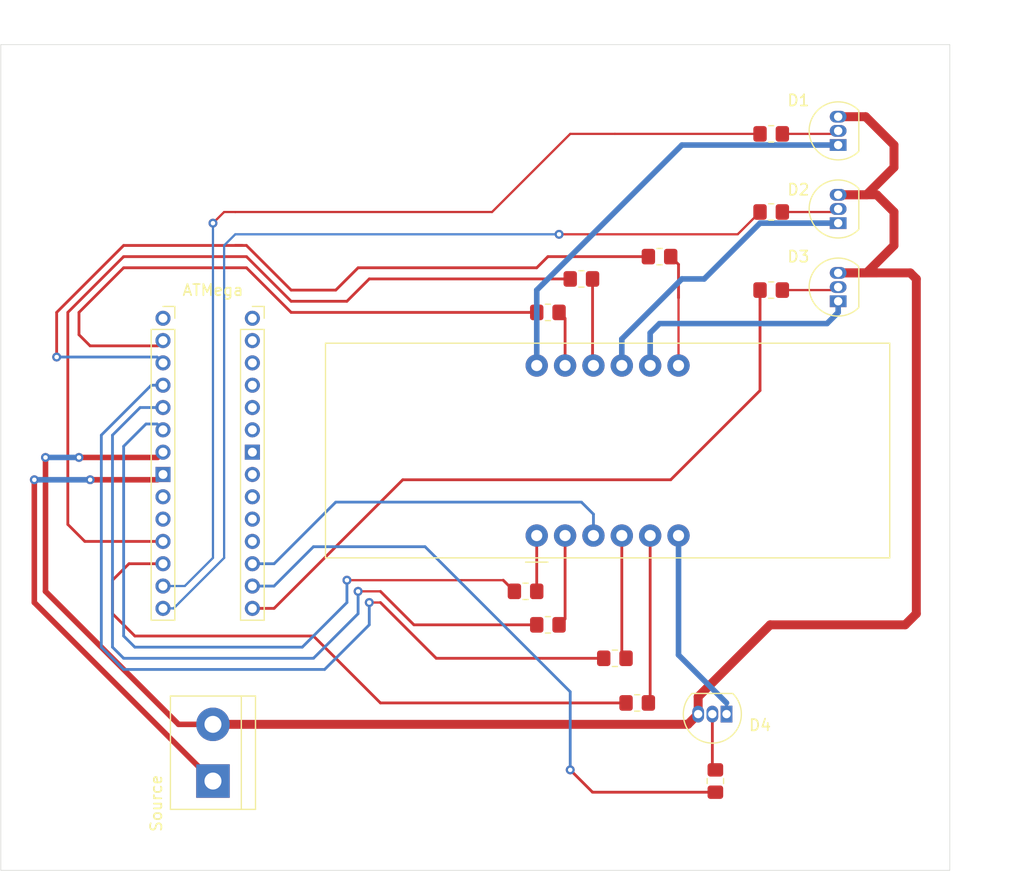
<source format=kicad_pcb>
(kicad_pcb (version 20171130) (host pcbnew 5.1.10-88a1d61d58~90~ubuntu20.04.1)

  (general
    (thickness 1.6)
    (drawings 11)
    (tracks 185)
    (zones 0)
    (modules 21)
    (nets 32)
  )

  (page A4)
  (layers
    (0 F.Cu signal)
    (31 B.Cu signal)
    (32 B.Adhes user)
    (33 F.Adhes user)
    (34 B.Paste user)
    (35 F.Paste user)
    (36 B.SilkS user)
    (37 F.SilkS user)
    (38 B.Mask user)
    (39 F.Mask user)
    (40 Dwgs.User user)
    (41 Cmts.User user)
    (42 Eco1.User user)
    (43 Eco2.User user)
    (44 Edge.Cuts user)
    (45 Margin user)
    (46 B.CrtYd user)
    (47 F.CrtYd user)
    (48 B.Fab user)
    (49 F.Fab user hide)
  )

  (setup
    (last_trace_width 0.2)
    (user_trace_width 0.2)
    (user_trace_width 0.5)
    (user_trace_width 0.8)
    (trace_clearance 0.2)
    (zone_clearance 0.508)
    (zone_45_only no)
    (trace_min 0.2)
    (via_size 0.8)
    (via_drill 0.4)
    (via_min_size 0.4)
    (via_min_drill 0.3)
    (uvia_size 0.3)
    (uvia_drill 0.1)
    (uvias_allowed no)
    (uvia_min_size 0.2)
    (uvia_min_drill 0.1)
    (edge_width 0.05)
    (segment_width 0.2)
    (pcb_text_width 0.3)
    (pcb_text_size 1.5 1.5)
    (mod_edge_width 0.12)
    (mod_text_size 1 1)
    (mod_text_width 0.15)
    (pad_size 1.35 1.35)
    (pad_drill 0.8)
    (pad_to_mask_clearance 0)
    (aux_axis_origin 0 0)
    (visible_elements FFFFFF7F)
    (pcbplotparams
      (layerselection 0x010fc_ffffffff)
      (usegerberextensions false)
      (usegerberattributes true)
      (usegerberadvancedattributes true)
      (creategerberjobfile true)
      (excludeedgelayer true)
      (linewidth 0.100000)
      (plotframeref false)
      (viasonmask false)
      (mode 1)
      (useauxorigin false)
      (hpglpennumber 1)
      (hpglpenspeed 20)
      (hpglpendiameter 15.000000)
      (psnegative false)
      (psa4output false)
      (plotreference true)
      (plotvalue true)
      (plotinvisibletext false)
      (padsonsilk false)
      (subtractmaskfromsilk false)
      (outputformat 1)
      (mirror false)
      (drillshape 0)
      (scaleselection 1)
      (outputdirectory "gerber_1/"))
  )

  (net 0 "")
  (net 1 "Net-(U1-Pad3)")
  (net 2 "Net-(U1-Pad6)")
  (net 3 "Net-(U1-Pad8)")
  (net 4 "Net-(U1-Pad9)")
  (net 5 "Net-(U1-Pad12)")
  (net 6 "Net-(R1-Pad1)")
  (net 7 "Net-(R2-Pad1)")
  (net 8 "Net-(R3-Pad1)")
  (net 9 "Net-(R4-Pad1)")
  (net 10 "Net-(R5-Pad1)")
  (net 11 "Net-(R6-Pad1)")
  (net 12 "Net-(R7-Pad1)")
  (net 13 "Net-(J1-Pad1)")
  (net 14 "Net-(J1-Pad7)")
  (net 15 "Net-(J1-Pad8)")
  (net 16 "Net-(J1-Pad9)")
  (net 17 "Net-(J1-Pad10)")
  (net 18 "Net-(J1-Pad13)")
  (net 19 "Net-(J1-Pad14)")
  (net 20 a)
  (net 21 b)
  (net 22 c)
  (net 23 d)
  (net 24 e)
  (net 25 f)
  (net 26 g)
  (net 27 "Net-(Q2-Pad2)")
  (net 28 "Net-(Q4-Pad2)")
  (net 29 "Net-(R8-Pad2)")
  (net 30 "Net-(R9-Pad2)")
  (net 31 "Net-(R10-Pad2)")

  (net_class Default "This is the default net class."
    (clearance 0.2)
    (trace_width 0.25)
    (via_dia 0.8)
    (via_drill 0.4)
    (uvia_dia 0.3)
    (uvia_drill 0.1)
    (add_net "Net-(J1-Pad1)")
    (add_net "Net-(J1-Pad10)")
    (add_net "Net-(J1-Pad13)")
    (add_net "Net-(J1-Pad14)")
    (add_net "Net-(J1-Pad7)")
    (add_net "Net-(J1-Pad8)")
    (add_net "Net-(J1-Pad9)")
    (add_net "Net-(Q2-Pad2)")
    (add_net "Net-(Q4-Pad2)")
    (add_net "Net-(R1-Pad1)")
    (add_net "Net-(R10-Pad2)")
    (add_net "Net-(R2-Pad1)")
    (add_net "Net-(R3-Pad1)")
    (add_net "Net-(R4-Pad1)")
    (add_net "Net-(R5-Pad1)")
    (add_net "Net-(R6-Pad1)")
    (add_net "Net-(R7-Pad1)")
    (add_net "Net-(R8-Pad2)")
    (add_net "Net-(R9-Pad2)")
    (add_net "Net-(U1-Pad12)")
    (add_net "Net-(U1-Pad3)")
    (add_net "Net-(U1-Pad6)")
    (add_net "Net-(U1-Pad8)")
    (add_net "Net-(U1-Pad9)")
    (add_net a)
    (add_net b)
    (add_net c)
    (add_net d)
    (add_net e)
    (add_net f)
    (add_net g)
  )

  (module TerminalBlock:TerminalBlock_bornier-2_P5.08mm (layer F.Cu) (tedit 617A4760) (tstamp 617A4CAA)
    (at 112 102 90)
    (descr "simple 2-pin terminal block, pitch 5.08mm, revamped version of bornier2")
    (tags "terminal block bornier2")
    (fp_text reference Source (at -2 -5.08 90) (layer F.SilkS)
      (effects (font (size 1 1) (thickness 0.15)))
    )
    (fp_text value TerminalBlock_bornier-2_P5.08mm (at 2.54 5.08 90) (layer F.Fab)
      (effects (font (size 1 1) (thickness 0.15)))
    )
    (fp_line (start 7.79 4) (end -2.71 4) (layer F.CrtYd) (width 0.05))
    (fp_line (start 7.79 4) (end 7.79 -4) (layer F.CrtYd) (width 0.05))
    (fp_line (start -2.71 -4) (end -2.71 4) (layer F.CrtYd) (width 0.05))
    (fp_line (start -2.71 -4) (end 7.79 -4) (layer F.CrtYd) (width 0.05))
    (fp_line (start -2.54 3.81) (end 7.62 3.81) (layer F.SilkS) (width 0.12))
    (fp_line (start -2.54 -3.81) (end -2.54 3.81) (layer F.SilkS) (width 0.12))
    (fp_line (start 7.62 -3.81) (end -2.54 -3.81) (layer F.SilkS) (width 0.12))
    (fp_line (start 7.62 3.81) (end 7.62 -3.81) (layer F.SilkS) (width 0.12))
    (fp_line (start 7.62 2.54) (end -2.54 2.54) (layer F.SilkS) (width 0.12))
    (fp_line (start 7.54 -3.75) (end -2.46 -3.75) (layer F.Fab) (width 0.1))
    (fp_line (start 7.54 3.75) (end 7.54 -3.75) (layer F.Fab) (width 0.1))
    (fp_line (start -2.46 3.75) (end 7.54 3.75) (layer F.Fab) (width 0.1))
    (fp_line (start -2.46 -3.75) (end -2.46 3.75) (layer F.Fab) (width 0.1))
    (fp_line (start -2.41 2.55) (end 7.49 2.55) (layer F.Fab) (width 0.1))
    (fp_text user %R (at 2.54 0 90) (layer F.Fab)
      (effects (font (size 1 1) (thickness 0.15)))
    )
    (pad 2 thru_hole circle (at 5.08 0 90) (size 3 3) (drill 1.52) (layers *.Cu *.Mask)
      (net 14 "Net-(J1-Pad7)"))
    (pad 1 thru_hole rect (at 0 0 90) (size 3 3) (drill 1.52) (layers *.Cu *.Mask)
      (net 15 "Net-(J1-Pad8)"))
    (model ${KISYS3DMOD}/TerminalBlock.3dshapes/TerminalBlock_bornier-2_P5.08mm.wrl
      (offset (xyz 2.539999961853027 0 0))
      (scale (xyz 1 1 1))
      (rotate (xyz 0 0 0))
    )
  )

  (module MountingHole:MountingHole_3.5mm (layer F.Cu) (tedit 56D1B4CB) (tstamp 617A42AC)
    (at 135.5 45)
    (descr "Mounting Hole 3.5mm, no annular")
    (tags "mounting hole 3.5mm no annular")
    (attr virtual)
    (fp_text reference REF** (at 0 -4.5) (layer F.SilkS) hide
      (effects (font (size 1 1) (thickness 0.15)))
    )
    (fp_text value MountingHole_3.5mm (at 0 4.5) (layer F.Fab)
      (effects (font (size 1 1) (thickness 0.15)))
    )
    (fp_circle (center 0 0) (end 3.75 0) (layer F.CrtYd) (width 0.05))
    (fp_circle (center 0 0) (end 3.5 0) (layer Cmts.User) (width 0.15))
    (fp_text user %R (at 0.3 0) (layer F.Fab)
      (effects (font (size 1 1) (thickness 0.15)))
    )
    (pad 1 np_thru_hole circle (at 0 0) (size 3.5 3.5) (drill 3.5) (layers *.Cu *.Mask))
  )

  (module MountingHole:MountingHole_3.5mm (layer F.Cu) (tedit 56D1B4CB) (tstamp 617A428F)
    (at 135.5 101)
    (descr "Mounting Hole 3.5mm, no annular")
    (tags "mounting hole 3.5mm no annular")
    (attr virtual)
    (fp_text reference REF** (at 0 -4.5) (layer F.SilkS) hide
      (effects (font (size 1 1) (thickness 0.15)))
    )
    (fp_text value MountingHole_3.5mm (at 0 4.5) (layer F.Fab)
      (effects (font (size 1 1) (thickness 0.15)))
    )
    (fp_circle (center 0 0) (end 3.75 0) (layer F.CrtYd) (width 0.05))
    (fp_circle (center 0 0) (end 3.5 0) (layer Cmts.User) (width 0.15))
    (fp_text user %R (at 0.3 0) (layer F.Fab)
      (effects (font (size 1 1) (thickness 0.15)))
    )
    (pad 1 np_thru_hole circle (at 0 0) (size 3.5 3.5) (drill 3.5) (layers *.Cu *.Mask))
  )

  (module Display_7Segment:CA56-12SURKWA (layer F.Cu) (tedit 617A6232) (tstamp 61768E00)
    (at 141 80 90)
    (descr "4 digit 7 segment green LED, http://www.kingbright.com/attachments/file/psearch/000/00/00/CA56-12SURKWA(Ver.8A).pdf")
    (tags "4 digit 7 segment green LED")
    (path /61767A20)
    (fp_text reference U1 (at 20 21 180) (layer F.SilkS) hide
      (effects (font (size 1 1) (thickness 0.15)))
    )
    (fp_text value CC56-12SURKWA (at 4.4 32.8 90) (layer F.Fab)
      (effects (font (size 1 1) (thickness 0.15)))
    )
    (fp_line (start -1.88 1) (end -1.88 31.5) (layer F.Fab) (width 0.1))
    (fp_line (start -1.88 31.5) (end 17.12 31.5) (layer F.Fab) (width 0.1))
    (fp_line (start 17.12 -18.8) (end 17.12 31.5) (layer F.Fab) (width 0.1))
    (fp_line (start -1.88 -18.8) (end 17.12 -18.8) (layer F.Fab) (width 0.1))
    (fp_line (start -2.38 -1) (end -2.38 1) (layer F.SilkS) (width 0.12))
    (fp_line (start -2.13 31.75) (end -2.13 -19.05) (layer F.CrtYd) (width 0.05))
    (fp_line (start 17.37 31.75) (end -2.13 31.75) (layer F.CrtYd) (width 0.05))
    (fp_line (start 17.37 -19.05) (end 17.37 31.75) (layer F.CrtYd) (width 0.05))
    (fp_line (start -2.13 -19.05) (end 17.37 -19.05) (layer F.CrtYd) (width 0.05))
    (fp_line (start -1.88 -1) (end -1.88 -18.8) (layer F.Fab) (width 0.1))
    (fp_line (start -0.88 0) (end -1.88 -1) (layer F.Fab) (width 0.1))
    (fp_line (start -1.88 1) (end -0.88 0) (layer F.Fab) (width 0.1))
    (fp_line (start 17.24 31.62) (end 17.24 -18.92) (layer F.SilkS) (width 0.12))
    (fp_line (start -2 31.62) (end 17.24 31.62) (layer F.SilkS) (width 0.12))
    (fp_line (start -2 -18.92) (end -2 31.62) (layer F.SilkS) (width 0.12))
    (fp_line (start -2 -18.92) (end 17.24 -18.92) (layer F.SilkS) (width 0.12))
    (fp_text user %R (at 8.128 6.604 90) (layer F.Fab)
      (effects (font (size 1 1) (thickness 0.15)))
    )
    (pad 1 thru_hole oval (at 0 0 90) (size 2 2) (drill 1) (layers *.Cu *.Mask)
      (net 10 "Net-(R5-Pad1)"))
    (pad 2 thru_hole circle (at 0 2.54 90) (size 2 2) (drill 1) (layers *.Cu *.Mask)
      (net 9 "Net-(R4-Pad1)"))
    (pad 3 thru_hole circle (at 0 5.08 90) (size 2 2) (drill 1) (layers *.Cu *.Mask)
      (net 1 "Net-(U1-Pad3)"))
    (pad 4 thru_hole circle (at 0 7.62 90) (size 2 2) (drill 1) (layers *.Cu *.Mask)
      (net 8 "Net-(R3-Pad1)"))
    (pad 5 thru_hole circle (at 0 10.16 90) (size 2 2) (drill 1) (layers *.Cu *.Mask)
      (net 12 "Net-(R7-Pad1)"))
    (pad 6 thru_hole circle (at 0 12.7 90) (size 2 2) (drill 1) (layers *.Cu *.Mask)
      (net 2 "Net-(U1-Pad6)"))
    (pad 7 thru_hole circle (at 15.24 12.7 90) (size 2 2) (drill 1) (layers *.Cu *.Mask)
      (net 7 "Net-(R2-Pad1)"))
    (pad 8 thru_hole circle (at 15.24 10.16 90) (size 2 2) (drill 1) (layers *.Cu *.Mask)
      (net 3 "Net-(U1-Pad8)"))
    (pad 9 thru_hole circle (at 15.24 7.62 90) (size 2 2) (drill 1) (layers *.Cu *.Mask)
      (net 4 "Net-(U1-Pad9)"))
    (pad 10 thru_hole circle (at 15.24 5.08 90) (size 2 2) (drill 1) (layers *.Cu *.Mask)
      (net 11 "Net-(R6-Pad1)"))
    (pad 11 thru_hole circle (at 15.24 2.54 90) (size 2 2) (drill 1) (layers *.Cu *.Mask)
      (net 6 "Net-(R1-Pad1)"))
    (pad 12 thru_hole circle (at 15.24 0 90) (size 2 2) (drill 1) (layers *.Cu *.Mask)
      (net 5 "Net-(U1-Pad12)"))
    (model ${KISYS3DMOD}/Display_7Segment.3dshapes/CA56-12SURKWA.wrl
      (at (xyz 0 0 0))
      (scale (xyz 1 1 1))
      (rotate (xyz 0 0 0))
    )
  )

  (module Connector_PinSocket_2.00mm:PinSocket_1x14_P2.00mm_Vertical (layer F.Cu) (tedit 617A474A) (tstamp 6179E385)
    (at 107.525001 60.525001)
    (descr "Through hole straight socket strip, 1x14, 2.00mm pitch, single row (from Kicad 4.0.7), script generated")
    (tags "Through hole socket strip THT 1x14 2.00mm single row")
    (path /61777E3A)
    (fp_text reference J1 (at 0 -2.5) (layer F.SilkS) hide
      (effects (font (size 1 1) (thickness 0.15)))
    )
    (fp_text value Conn_01x14 (at 0 28.5) (layer F.Fab)
      (effects (font (size 1 1) (thickness 0.15)))
    )
    (fp_line (start -1.5 27.5) (end -1.5 -1.5) (layer F.CrtYd) (width 0.05))
    (fp_line (start 1.5 27.5) (end -1.5 27.5) (layer F.CrtYd) (width 0.05))
    (fp_line (start 1.5 -1.5) (end 1.5 27.5) (layer F.CrtYd) (width 0.05))
    (fp_line (start -1.5 -1.5) (end 1.5 -1.5) (layer F.CrtYd) (width 0.05))
    (fp_line (start 0 -1.06) (end 1.06 -1.06) (layer F.SilkS) (width 0.12))
    (fp_line (start 1.06 -1.06) (end 1.06 0) (layer F.SilkS) (width 0.12))
    (fp_line (start 1.06 1) (end 1.06 27.06) (layer F.SilkS) (width 0.12))
    (fp_line (start -1.06 27.06) (end 1.06 27.06) (layer F.SilkS) (width 0.12))
    (fp_line (start -1.06 1) (end -1.06 27.06) (layer F.SilkS) (width 0.12))
    (fp_line (start -1.06 1) (end 1.06 1) (layer F.SilkS) (width 0.12))
    (fp_line (start -1 27) (end -1 -1) (layer F.Fab) (width 0.1))
    (fp_line (start 1 27) (end -1 27) (layer F.Fab) (width 0.1))
    (fp_line (start 1 -0.5) (end 1 27) (layer F.Fab) (width 0.1))
    (fp_line (start 0.5 -1) (end 1 -0.5) (layer F.Fab) (width 0.1))
    (fp_line (start -1 -1) (end 0.5 -1) (layer F.Fab) (width 0.1))
    (fp_text user %R (at 0 13 90) (layer F.Fab)
      (effects (font (size 1 1) (thickness 0.15)))
    )
    (pad 14 thru_hole oval (at 0 26) (size 1.35 1.35) (drill 0.8) (layers *.Cu *.Mask)
      (net 19 "Net-(J1-Pad14)"))
    (pad 13 thru_hole oval (at 0 24) (size 1.35 1.35) (drill 0.8) (layers *.Cu *.Mask)
      (net 18 "Net-(J1-Pad13)"))
    (pad 12 thru_hole oval (at 0 22) (size 1.35 1.35) (drill 0.8) (layers *.Cu *.Mask)
      (net 26 g))
    (pad 11 thru_hole oval (at 0 20) (size 1.35 1.35) (drill 0.8) (layers *.Cu *.Mask)
      (net 25 f))
    (pad 10 thru_hole oval (at 0 18) (size 1.35 1.35) (drill 0.8) (layers *.Cu *.Mask)
      (net 17 "Net-(J1-Pad10)"))
    (pad 9 thru_hole oval (at 0 16) (size 1.35 1.35) (drill 0.8) (layers *.Cu *.Mask)
      (net 16 "Net-(J1-Pad9)"))
    (pad 8 thru_hole rect (at 0 14) (size 1.35 1.35) (drill 0.8) (layers *.Cu *.Mask)
      (net 15 "Net-(J1-Pad8)"))
    (pad 7 thru_hole oval (at 0 12) (size 1.35 1.35) (drill 0.8) (layers *.Cu *.Mask)
      (net 14 "Net-(J1-Pad7)"))
    (pad 6 thru_hole oval (at 0 10) (size 1.35 1.35) (drill 0.8) (layers *.Cu *.Mask)
      (net 24 e))
    (pad 5 thru_hole oval (at 0 8) (size 1.35 1.35) (drill 0.8) (layers *.Cu *.Mask)
      (net 23 d))
    (pad 4 thru_hole oval (at 0 6) (size 1.35 1.35) (drill 0.8) (layers *.Cu *.Mask)
      (net 22 c))
    (pad 3 thru_hole oval (at 0 4) (size 1.35 1.35) (drill 0.8) (layers *.Cu *.Mask)
      (net 21 b))
    (pad 2 thru_hole oval (at 0 2) (size 1.35 1.35) (drill 0.8) (layers *.Cu *.Mask)
      (net 20 a))
    (pad 1 thru_hole oval (at 0 0) (size 1.35 1.35) (drill 0.8) (layers *.Cu *.Mask)
      (net 13 "Net-(J1-Pad1)"))
    (model ${KISYS3DMOD}/Connector_PinSocket_2.00mm.3dshapes/PinSocket_1x14_P2.00mm_Vertical.wrl
      (at (xyz 0 0 0))
      (scale (xyz 1 1 1))
      (rotate (xyz 0 0 0))
    )
  )

  (module Connector_PinSocket_2.00mm:PinSocket_1x14_P2.00mm_Vertical (layer F.Cu) (tedit 617A6323) (tstamp 6179E3A7)
    (at 115.53 60.525001)
    (descr "Through hole straight socket strip, 1x14, 2.00mm pitch, single row (from Kicad 4.0.7), script generated")
    (tags "Through hole socket strip THT 1x14 2.00mm single row")
    (path /617844BA)
    (fp_text reference J2 (at 0 -2.5) (layer F.SilkS) hide
      (effects (font (size 1 1) (thickness 0.15)))
    )
    (fp_text value Conn_01x14 (at 0 28.5) (layer F.Fab)
      (effects (font (size 1 1) (thickness 0.15)))
    )
    (fp_line (start -1 -1) (end 0.5 -1) (layer F.Fab) (width 0.1))
    (fp_line (start 0.5 -1) (end 1 -0.5) (layer F.Fab) (width 0.1))
    (fp_line (start 1 -0.5) (end 1 27) (layer F.Fab) (width 0.1))
    (fp_line (start 1 27) (end -1 27) (layer F.Fab) (width 0.1))
    (fp_line (start -1 27) (end -1 -1) (layer F.Fab) (width 0.1))
    (fp_line (start -1.06 1) (end 1.06 1) (layer F.SilkS) (width 0.12))
    (fp_line (start -1.06 1) (end -1.06 27.06) (layer F.SilkS) (width 0.12))
    (fp_line (start -1.06 27.06) (end 1.06 27.06) (layer F.SilkS) (width 0.12))
    (fp_line (start 1.06 1) (end 1.06 27.06) (layer F.SilkS) (width 0.12))
    (fp_line (start 1.06 -1.06) (end 1.06 0) (layer F.SilkS) (width 0.12))
    (fp_line (start 0 -1.06) (end 1.06 -1.06) (layer F.SilkS) (width 0.12))
    (fp_line (start -1.5 -1.5) (end 1.5 -1.5) (layer F.CrtYd) (width 0.05))
    (fp_line (start 1.5 -1.5) (end 1.5 27.5) (layer F.CrtYd) (width 0.05))
    (fp_line (start 1.5 27.5) (end -1.5 27.5) (layer F.CrtYd) (width 0.05))
    (fp_line (start -1.5 27.5) (end -1.5 -1.5) (layer F.CrtYd) (width 0.05))
    (fp_text user %R (at 0 13 90) (layer F.Fab)
      (effects (font (size 1 1) (thickness 0.15)))
    )
    (pad 28 thru_hole oval (at 0 0) (size 1.35 1.35) (drill 0.8) (layers *.Cu *.Mask))
    (pad 27 thru_hole oval (at 0 2) (size 1.35 1.35) (drill 0.8) (layers *.Cu *.Mask))
    (pad 26 thru_hole oval (at 0 4) (size 1.35 1.35) (drill 0.8) (layers *.Cu *.Mask))
    (pad 25 thru_hole oval (at 0 6) (size 1.35 1.35) (drill 0.8) (layers *.Cu *.Mask))
    (pad 24 thru_hole oval (at 0 8) (size 1.35 1.35) (drill 0.8) (layers *.Cu *.Mask))
    (pad 23 thru_hole oval (at 0 10) (size 1.35 1.35) (drill 0.8) (layers *.Cu *.Mask))
    (pad 22 thru_hole rect (at 0 12) (size 1.35 1.35) (drill 0.8) (layers *.Cu *.Mask))
    (pad 21 thru_hole oval (at 0 14) (size 1.35 1.35) (drill 0.8) (layers *.Cu *.Mask))
    (pad 20 thru_hole oval (at 0 16) (size 1.35 1.35) (drill 0.8) (layers *.Cu *.Mask))
    (pad 19 thru_hole oval (at 0 18) (size 1.35 1.35) (drill 0.8) (layers *.Cu *.Mask))
    (pad 18 thru_hole oval (at 0 20) (size 1.35 1.35) (drill 0.8) (layers *.Cu *.Mask))
    (pad 17 thru_hole oval (at 0 22) (size 1.35 1.35) (drill 0.8) (layers *.Cu *.Mask)
      (net 1 "Net-(U1-Pad3)"))
    (pad 16 thru_hole oval (at 0 24) (size 1.35 1.35) (drill 0.8) (layers *.Cu *.Mask)
      (net 30 "Net-(R9-Pad2)"))
    (pad 15 thru_hole oval (at 0 26) (size 1.35 1.35) (drill 0.8) (layers *.Cu *.Mask))
    (model ${KISYS3DMOD}/Connector_PinSocket_2.00mm.3dshapes/PinSocket_1x14_P2.00mm_Vertical.wrl
      (at (xyz 0 0 0))
      (scale (xyz 1 1 1))
      (rotate (xyz 0 0 0))
    )
  )

  (module Resistor_SMD:R_0805_2012Metric_Pad1.20x1.40mm_HandSolder (layer F.Cu) (tedit 5F68FEEE) (tstamp 617A5302)
    (at 142 60 180)
    (descr "Resistor SMD 0805 (2012 Metric), square (rectangular) end terminal, IPC_7351 nominal with elongated pad for handsoldering. (Body size source: IPC-SM-782 page 72, https://www.pcb-3d.com/wordpress/wp-content/uploads/ipc-sm-782a_amendment_1_and_2.pdf), generated with kicad-footprint-generator")
    (tags "resistor handsolder")
    (path /6176B631)
    (attr smd)
    (fp_text reference R1 (at 0 -1.65) (layer F.SilkS) hide
      (effects (font (size 1 1) (thickness 0.15)))
    )
    (fp_text value 330 (at 0 1.65) (layer F.Fab)
      (effects (font (size 1 1) (thickness 0.15)))
    )
    (fp_line (start 1.85 0.95) (end -1.85 0.95) (layer F.CrtYd) (width 0.05))
    (fp_line (start 1.85 -0.95) (end 1.85 0.95) (layer F.CrtYd) (width 0.05))
    (fp_line (start -1.85 -0.95) (end 1.85 -0.95) (layer F.CrtYd) (width 0.05))
    (fp_line (start -1.85 0.95) (end -1.85 -0.95) (layer F.CrtYd) (width 0.05))
    (fp_line (start -0.227064 0.735) (end 0.227064 0.735) (layer F.SilkS) (width 0.12))
    (fp_line (start -0.227064 -0.735) (end 0.227064 -0.735) (layer F.SilkS) (width 0.12))
    (fp_line (start 1 0.625) (end -1 0.625) (layer F.Fab) (width 0.1))
    (fp_line (start 1 -0.625) (end 1 0.625) (layer F.Fab) (width 0.1))
    (fp_line (start -1 -0.625) (end 1 -0.625) (layer F.Fab) (width 0.1))
    (fp_line (start -1 0.625) (end -1 -0.625) (layer F.Fab) (width 0.1))
    (fp_text user %R (at 0 0) (layer F.Fab)
      (effects (font (size 0.5 0.5) (thickness 0.08)))
    )
    (pad 1 smd roundrect (at -1 0 180) (size 1.2 1.4) (layers F.Cu F.Paste F.Mask) (roundrect_rratio 0.2083325)
      (net 6 "Net-(R1-Pad1)"))
    (pad 2 smd roundrect (at 1 0 180) (size 1.2 1.4) (layers F.Cu F.Paste F.Mask) (roundrect_rratio 0.2083325)
      (net 20 a))
    (model ${KISYS3DMOD}/Resistor_SMD.3dshapes/R_0805_2012Metric.wrl
      (at (xyz 0 0 0))
      (scale (xyz 1 1 1))
      (rotate (xyz 0 0 0))
    )
  )

  (module Resistor_SMD:R_0805_2012Metric_Pad1.20x1.40mm_HandSolder (layer F.Cu) (tedit 5F68FEEE) (tstamp 617A5313)
    (at 152 55 180)
    (descr "Resistor SMD 0805 (2012 Metric), square (rectangular) end terminal, IPC_7351 nominal with elongated pad for handsoldering. (Body size source: IPC-SM-782 page 72, https://www.pcb-3d.com/wordpress/wp-content/uploads/ipc-sm-782a_amendment_1_and_2.pdf), generated with kicad-footprint-generator")
    (tags "resistor handsolder")
    (path /6176BBC4)
    (attr smd)
    (fp_text reference R2 (at 0 -1.65) (layer F.SilkS) hide
      (effects (font (size 1 1) (thickness 0.15)))
    )
    (fp_text value 330 (at 0 1.65) (layer F.Fab)
      (effects (font (size 1 1) (thickness 0.15)))
    )
    (fp_line (start -1 0.625) (end -1 -0.625) (layer F.Fab) (width 0.1))
    (fp_line (start -1 -0.625) (end 1 -0.625) (layer F.Fab) (width 0.1))
    (fp_line (start 1 -0.625) (end 1 0.625) (layer F.Fab) (width 0.1))
    (fp_line (start 1 0.625) (end -1 0.625) (layer F.Fab) (width 0.1))
    (fp_line (start -0.227064 -0.735) (end 0.227064 -0.735) (layer F.SilkS) (width 0.12))
    (fp_line (start -0.227064 0.735) (end 0.227064 0.735) (layer F.SilkS) (width 0.12))
    (fp_line (start -1.85 0.95) (end -1.85 -0.95) (layer F.CrtYd) (width 0.05))
    (fp_line (start -1.85 -0.95) (end 1.85 -0.95) (layer F.CrtYd) (width 0.05))
    (fp_line (start 1.85 -0.95) (end 1.85 0.95) (layer F.CrtYd) (width 0.05))
    (fp_line (start 1.85 0.95) (end -1.85 0.95) (layer F.CrtYd) (width 0.05))
    (fp_text user %R (at 0 0) (layer F.Fab)
      (effects (font (size 0.5 0.5) (thickness 0.08)))
    )
    (pad 2 smd roundrect (at 1 0 180) (size 1.2 1.4) (layers F.Cu F.Paste F.Mask) (roundrect_rratio 0.2083325)
      (net 21 b))
    (pad 1 smd roundrect (at -1 0 180) (size 1.2 1.4) (layers F.Cu F.Paste F.Mask) (roundrect_rratio 0.2083325)
      (net 7 "Net-(R2-Pad1)"))
    (model ${KISYS3DMOD}/Resistor_SMD.3dshapes/R_0805_2012Metric.wrl
      (at (xyz 0 0 0))
      (scale (xyz 1 1 1))
      (rotate (xyz 0 0 0))
    )
  )

  (module Resistor_SMD:R_0805_2012Metric_Pad1.20x1.40mm_HandSolder (layer F.Cu) (tedit 5F68FEEE) (tstamp 617A5324)
    (at 148 91 180)
    (descr "Resistor SMD 0805 (2012 Metric), square (rectangular) end terminal, IPC_7351 nominal with elongated pad for handsoldering. (Body size source: IPC-SM-782 page 72, https://www.pcb-3d.com/wordpress/wp-content/uploads/ipc-sm-782a_amendment_1_and_2.pdf), generated with kicad-footprint-generator")
    (tags "resistor handsolder")
    (path /6176BFC3)
    (attr smd)
    (fp_text reference R3 (at 0 -1.65) (layer F.SilkS) hide
      (effects (font (size 1 1) (thickness 0.15)))
    )
    (fp_text value 330 (at 0 1.65) (layer F.Fab)
      (effects (font (size 1 1) (thickness 0.15)))
    )
    (fp_line (start 1.85 0.95) (end -1.85 0.95) (layer F.CrtYd) (width 0.05))
    (fp_line (start 1.85 -0.95) (end 1.85 0.95) (layer F.CrtYd) (width 0.05))
    (fp_line (start -1.85 -0.95) (end 1.85 -0.95) (layer F.CrtYd) (width 0.05))
    (fp_line (start -1.85 0.95) (end -1.85 -0.95) (layer F.CrtYd) (width 0.05))
    (fp_line (start -0.227064 0.735) (end 0.227064 0.735) (layer F.SilkS) (width 0.12))
    (fp_line (start -0.227064 -0.735) (end 0.227064 -0.735) (layer F.SilkS) (width 0.12))
    (fp_line (start 1 0.625) (end -1 0.625) (layer F.Fab) (width 0.1))
    (fp_line (start 1 -0.625) (end 1 0.625) (layer F.Fab) (width 0.1))
    (fp_line (start -1 -0.625) (end 1 -0.625) (layer F.Fab) (width 0.1))
    (fp_line (start -1 0.625) (end -1 -0.625) (layer F.Fab) (width 0.1))
    (fp_text user %R (at 0 0) (layer F.Fab)
      (effects (font (size 0.5 0.5) (thickness 0.08)))
    )
    (pad 1 smd roundrect (at -1 0 180) (size 1.2 1.4) (layers F.Cu F.Paste F.Mask) (roundrect_rratio 0.2083325)
      (net 8 "Net-(R3-Pad1)"))
    (pad 2 smd roundrect (at 1 0 180) (size 1.2 1.4) (layers F.Cu F.Paste F.Mask) (roundrect_rratio 0.2083325)
      (net 22 c))
    (model ${KISYS3DMOD}/Resistor_SMD.3dshapes/R_0805_2012Metric.wrl
      (at (xyz 0 0 0))
      (scale (xyz 1 1 1))
      (rotate (xyz 0 0 0))
    )
  )

  (module Resistor_SMD:R_0805_2012Metric_Pad1.20x1.40mm_HandSolder (layer F.Cu) (tedit 5F68FEEE) (tstamp 617A5335)
    (at 142 88 180)
    (descr "Resistor SMD 0805 (2012 Metric), square (rectangular) end terminal, IPC_7351 nominal with elongated pad for handsoldering. (Body size source: IPC-SM-782 page 72, https://www.pcb-3d.com/wordpress/wp-content/uploads/ipc-sm-782a_amendment_1_and_2.pdf), generated with kicad-footprint-generator")
    (tags "resistor handsolder")
    (path /6176C237)
    (attr smd)
    (fp_text reference R4 (at 0 -1.65) (layer F.SilkS) hide
      (effects (font (size 1 1) (thickness 0.15)))
    )
    (fp_text value 330 (at 0 1.65) (layer F.Fab)
      (effects (font (size 1 1) (thickness 0.15)))
    )
    (fp_line (start -1 0.625) (end -1 -0.625) (layer F.Fab) (width 0.1))
    (fp_line (start -1 -0.625) (end 1 -0.625) (layer F.Fab) (width 0.1))
    (fp_line (start 1 -0.625) (end 1 0.625) (layer F.Fab) (width 0.1))
    (fp_line (start 1 0.625) (end -1 0.625) (layer F.Fab) (width 0.1))
    (fp_line (start -0.227064 -0.735) (end 0.227064 -0.735) (layer F.SilkS) (width 0.12))
    (fp_line (start -0.227064 0.735) (end 0.227064 0.735) (layer F.SilkS) (width 0.12))
    (fp_line (start -1.85 0.95) (end -1.85 -0.95) (layer F.CrtYd) (width 0.05))
    (fp_line (start -1.85 -0.95) (end 1.85 -0.95) (layer F.CrtYd) (width 0.05))
    (fp_line (start 1.85 -0.95) (end 1.85 0.95) (layer F.CrtYd) (width 0.05))
    (fp_line (start 1.85 0.95) (end -1.85 0.95) (layer F.CrtYd) (width 0.05))
    (fp_text user %R (at 0 0) (layer F.Fab)
      (effects (font (size 0.5 0.5) (thickness 0.08)))
    )
    (pad 2 smd roundrect (at 1 0 180) (size 1.2 1.4) (layers F.Cu F.Paste F.Mask) (roundrect_rratio 0.2083325)
      (net 23 d))
    (pad 1 smd roundrect (at -1 0 180) (size 1.2 1.4) (layers F.Cu F.Paste F.Mask) (roundrect_rratio 0.2083325)
      (net 9 "Net-(R4-Pad1)"))
    (model ${KISYS3DMOD}/Resistor_SMD.3dshapes/R_0805_2012Metric.wrl
      (at (xyz 0 0 0))
      (scale (xyz 1 1 1))
      (rotate (xyz 0 0 0))
    )
  )

  (module Resistor_SMD:R_0805_2012Metric_Pad1.20x1.40mm_HandSolder (layer F.Cu) (tedit 5F68FEEE) (tstamp 617A5346)
    (at 140 85 180)
    (descr "Resistor SMD 0805 (2012 Metric), square (rectangular) end terminal, IPC_7351 nominal with elongated pad for handsoldering. (Body size source: IPC-SM-782 page 72, https://www.pcb-3d.com/wordpress/wp-content/uploads/ipc-sm-782a_amendment_1_and_2.pdf), generated with kicad-footprint-generator")
    (tags "resistor handsolder")
    (path /6176C451)
    (attr smd)
    (fp_text reference R5 (at 0 -1.65) (layer F.SilkS) hide
      (effects (font (size 1 1) (thickness 0.15)))
    )
    (fp_text value 330 (at 0 1.65) (layer F.Fab)
      (effects (font (size 1 1) (thickness 0.15)))
    )
    (fp_line (start 1.85 0.95) (end -1.85 0.95) (layer F.CrtYd) (width 0.05))
    (fp_line (start 1.85 -0.95) (end 1.85 0.95) (layer F.CrtYd) (width 0.05))
    (fp_line (start -1.85 -0.95) (end 1.85 -0.95) (layer F.CrtYd) (width 0.05))
    (fp_line (start -1.85 0.95) (end -1.85 -0.95) (layer F.CrtYd) (width 0.05))
    (fp_line (start -0.227064 0.735) (end 0.227064 0.735) (layer F.SilkS) (width 0.12))
    (fp_line (start -0.227064 -0.735) (end 0.227064 -0.735) (layer F.SilkS) (width 0.12))
    (fp_line (start 1 0.625) (end -1 0.625) (layer F.Fab) (width 0.1))
    (fp_line (start 1 -0.625) (end 1 0.625) (layer F.Fab) (width 0.1))
    (fp_line (start -1 -0.625) (end 1 -0.625) (layer F.Fab) (width 0.1))
    (fp_line (start -1 0.625) (end -1 -0.625) (layer F.Fab) (width 0.1))
    (fp_text user %R (at 0 0) (layer F.Fab)
      (effects (font (size 0.5 0.5) (thickness 0.08)))
    )
    (pad 1 smd roundrect (at -1 0 180) (size 1.2 1.4) (layers F.Cu F.Paste F.Mask) (roundrect_rratio 0.2083325)
      (net 10 "Net-(R5-Pad1)"))
    (pad 2 smd roundrect (at 1 0 180) (size 1.2 1.4) (layers F.Cu F.Paste F.Mask) (roundrect_rratio 0.2083325)
      (net 24 e))
    (model ${KISYS3DMOD}/Resistor_SMD.3dshapes/R_0805_2012Metric.wrl
      (at (xyz 0 0 0))
      (scale (xyz 1 1 1))
      (rotate (xyz 0 0 0))
    )
  )

  (module Resistor_SMD:R_0805_2012Metric_Pad1.20x1.40mm_HandSolder (layer F.Cu) (tedit 5F68FEEE) (tstamp 617A5357)
    (at 145 57 180)
    (descr "Resistor SMD 0805 (2012 Metric), square (rectangular) end terminal, IPC_7351 nominal with elongated pad for handsoldering. (Body size source: IPC-SM-782 page 72, https://www.pcb-3d.com/wordpress/wp-content/uploads/ipc-sm-782a_amendment_1_and_2.pdf), generated with kicad-footprint-generator")
    (tags "resistor handsolder")
    (path /6176C6E7)
    (attr smd)
    (fp_text reference R6 (at 0 -1.65) (layer F.SilkS) hide
      (effects (font (size 1 1) (thickness 0.15)))
    )
    (fp_text value 330 (at 0 1.65) (layer F.Fab)
      (effects (font (size 1 1) (thickness 0.15)))
    )
    (fp_line (start -1 0.625) (end -1 -0.625) (layer F.Fab) (width 0.1))
    (fp_line (start -1 -0.625) (end 1 -0.625) (layer F.Fab) (width 0.1))
    (fp_line (start 1 -0.625) (end 1 0.625) (layer F.Fab) (width 0.1))
    (fp_line (start 1 0.625) (end -1 0.625) (layer F.Fab) (width 0.1))
    (fp_line (start -0.227064 -0.735) (end 0.227064 -0.735) (layer F.SilkS) (width 0.12))
    (fp_line (start -0.227064 0.735) (end 0.227064 0.735) (layer F.SilkS) (width 0.12))
    (fp_line (start -1.85 0.95) (end -1.85 -0.95) (layer F.CrtYd) (width 0.05))
    (fp_line (start -1.85 -0.95) (end 1.85 -0.95) (layer F.CrtYd) (width 0.05))
    (fp_line (start 1.85 -0.95) (end 1.85 0.95) (layer F.CrtYd) (width 0.05))
    (fp_line (start 1.85 0.95) (end -1.85 0.95) (layer F.CrtYd) (width 0.05))
    (fp_text user %R (at 0 0) (layer F.Fab)
      (effects (font (size 0.5 0.5) (thickness 0.08)))
    )
    (pad 2 smd roundrect (at 1 0 180) (size 1.2 1.4) (layers F.Cu F.Paste F.Mask) (roundrect_rratio 0.2083325)
      (net 25 f))
    (pad 1 smd roundrect (at -1 0 180) (size 1.2 1.4) (layers F.Cu F.Paste F.Mask) (roundrect_rratio 0.2083325)
      (net 11 "Net-(R6-Pad1)"))
    (model ${KISYS3DMOD}/Resistor_SMD.3dshapes/R_0805_2012Metric.wrl
      (at (xyz 0 0 0))
      (scale (xyz 1 1 1))
      (rotate (xyz 0 0 0))
    )
  )

  (module Resistor_SMD:R_0805_2012Metric_Pad1.20x1.40mm_HandSolder (layer F.Cu) (tedit 5F68FEEE) (tstamp 617A5368)
    (at 150 95 180)
    (descr "Resistor SMD 0805 (2012 Metric), square (rectangular) end terminal, IPC_7351 nominal with elongated pad for handsoldering. (Body size source: IPC-SM-782 page 72, https://www.pcb-3d.com/wordpress/wp-content/uploads/ipc-sm-782a_amendment_1_and_2.pdf), generated with kicad-footprint-generator")
    (tags "resistor handsolder")
    (path /6176CA27)
    (attr smd)
    (fp_text reference R7 (at 0 -1.65) (layer F.SilkS) hide
      (effects (font (size 1 1) (thickness 0.15)))
    )
    (fp_text value 330 (at 0 1.65) (layer F.Fab)
      (effects (font (size 1 1) (thickness 0.15)))
    )
    (fp_line (start 1.85 0.95) (end -1.85 0.95) (layer F.CrtYd) (width 0.05))
    (fp_line (start 1.85 -0.95) (end 1.85 0.95) (layer F.CrtYd) (width 0.05))
    (fp_line (start -1.85 -0.95) (end 1.85 -0.95) (layer F.CrtYd) (width 0.05))
    (fp_line (start -1.85 0.95) (end -1.85 -0.95) (layer F.CrtYd) (width 0.05))
    (fp_line (start -0.227064 0.735) (end 0.227064 0.735) (layer F.SilkS) (width 0.12))
    (fp_line (start -0.227064 -0.735) (end 0.227064 -0.735) (layer F.SilkS) (width 0.12))
    (fp_line (start 1 0.625) (end -1 0.625) (layer F.Fab) (width 0.1))
    (fp_line (start 1 -0.625) (end 1 0.625) (layer F.Fab) (width 0.1))
    (fp_line (start -1 -0.625) (end 1 -0.625) (layer F.Fab) (width 0.1))
    (fp_line (start -1 0.625) (end -1 -0.625) (layer F.Fab) (width 0.1))
    (fp_text user %R (at 0 0) (layer F.Fab)
      (effects (font (size 0.5 0.5) (thickness 0.08)))
    )
    (pad 1 smd roundrect (at -1 0 180) (size 1.2 1.4) (layers F.Cu F.Paste F.Mask) (roundrect_rratio 0.2083325)
      (net 12 "Net-(R7-Pad1)"))
    (pad 2 smd roundrect (at 1 0 180) (size 1.2 1.4) (layers F.Cu F.Paste F.Mask) (roundrect_rratio 0.2083325)
      (net 26 g))
    (model ${KISYS3DMOD}/Resistor_SMD.3dshapes/R_0805_2012Metric.wrl
      (at (xyz 0 0 0))
      (scale (xyz 1 1 1))
      (rotate (xyz 0 0 0))
    )
  )

  (module Package_TO_SOT_THT:TO-92_Inline (layer F.Cu) (tedit 617A5D93) (tstamp 617A8091)
    (at 168 45 90)
    (descr "TO-92 leads in-line, narrow, oval pads, drill 0.75mm (see NXP sot054_po.pdf)")
    (tags "to-92 sc-43 sc-43a sot54 PA33 transistor")
    (path /617DB8C1)
    (fp_text reference D1 (at 4 -3.56 180) (layer F.SilkS)
      (effects (font (size 1 1) (thickness 0.15)))
    )
    (fp_text value 2N3904 (at 1.27 2.79 90) (layer F.Fab)
      (effects (font (size 1 1) (thickness 0.15)))
    )
    (fp_line (start 4 2.01) (end -1.46 2.01) (layer F.CrtYd) (width 0.05))
    (fp_line (start 4 2.01) (end 4 -2.73) (layer F.CrtYd) (width 0.05))
    (fp_line (start -1.46 -2.73) (end -1.46 2.01) (layer F.CrtYd) (width 0.05))
    (fp_line (start -1.46 -2.73) (end 4 -2.73) (layer F.CrtYd) (width 0.05))
    (fp_line (start -0.5 1.75) (end 3 1.75) (layer F.Fab) (width 0.1))
    (fp_line (start -0.53 1.85) (end 3.07 1.85) (layer F.SilkS) (width 0.12))
    (fp_text user %R (at 1.27 0 90) (layer F.Fab)
      (effects (font (size 1 1) (thickness 0.15)))
    )
    (fp_arc (start 1.27 0) (end 1.27 -2.48) (angle 135) (layer F.Fab) (width 0.1))
    (fp_arc (start 1.27 0) (end 1.27 -2.6) (angle -135) (layer F.SilkS) (width 0.12))
    (fp_arc (start 1.27 0) (end 1.27 -2.48) (angle -135) (layer F.Fab) (width 0.1))
    (fp_arc (start 1.27 0) (end 1.27 -2.6) (angle 135) (layer F.SilkS) (width 0.12))
    (pad 2 thru_hole oval (at 1.27 0 90) (size 1.05 1.5) (drill 0.75) (layers *.Cu *.Mask)
      (net 31 "Net-(R10-Pad2)"))
    (pad 3 thru_hole oval (at 2.54 0 90) (size 1.05 1.5) (drill 0.75) (layers *.Cu *.Mask)
      (net 14 "Net-(J1-Pad7)"))
    (pad 1 thru_hole rect (at 0 0 90) (size 1.05 1.5) (drill 0.75) (layers *.Cu *.Mask)
      (net 5 "Net-(U1-Pad12)"))
    (model ${KISYS3DMOD}/Package_TO_SOT_THT.3dshapes/TO-92_Inline.wrl
      (at (xyz 0 0 0))
      (scale (xyz 1 1 1))
      (rotate (xyz 0 0 0))
    )
  )

  (module Package_TO_SOT_THT:TO-92_Inline (layer F.Cu) (tedit 617A5DE8) (tstamp 617A80A3)
    (at 168 59 90)
    (descr "TO-92 leads in-line, narrow, oval pads, drill 0.75mm (see NXP sot054_po.pdf)")
    (tags "to-92 sc-43 sc-43a sot54 PA33 transistor")
    (path /617DBEA7)
    (fp_text reference D3 (at 4 -3.56 180) (layer F.SilkS)
      (effects (font (size 1 1) (thickness 0.15)))
    )
    (fp_text value 2N3904 (at 1.27 2.79 90) (layer F.Fab)
      (effects (font (size 1 1) (thickness 0.15)))
    )
    (fp_line (start -0.53 1.85) (end 3.07 1.85) (layer F.SilkS) (width 0.12))
    (fp_line (start -0.5 1.75) (end 3 1.75) (layer F.Fab) (width 0.1))
    (fp_line (start -1.46 -2.73) (end 4 -2.73) (layer F.CrtYd) (width 0.05))
    (fp_line (start -1.46 -2.73) (end -1.46 2.01) (layer F.CrtYd) (width 0.05))
    (fp_line (start 4 2.01) (end 4 -2.73) (layer F.CrtYd) (width 0.05))
    (fp_line (start 4 2.01) (end -1.46 2.01) (layer F.CrtYd) (width 0.05))
    (fp_arc (start 1.27 0) (end 1.27 -2.6) (angle 135) (layer F.SilkS) (width 0.12))
    (fp_arc (start 1.27 0) (end 1.27 -2.48) (angle -135) (layer F.Fab) (width 0.1))
    (fp_arc (start 1.27 0) (end 1.27 -2.6) (angle -135) (layer F.SilkS) (width 0.12))
    (fp_arc (start 1.27 0) (end 1.27 -2.48) (angle 135) (layer F.Fab) (width 0.1))
    (fp_text user %R (at 1.27 0 90) (layer F.Fab)
      (effects (font (size 1 1) (thickness 0.15)))
    )
    (pad 1 thru_hole rect (at 0 0 90) (size 1.05 1.5) (drill 0.75) (layers *.Cu *.Mask)
      (net 3 "Net-(U1-Pad8)"))
    (pad 3 thru_hole oval (at 2.54 0 90) (size 1.05 1.5) (drill 0.75) (layers *.Cu *.Mask)
      (net 14 "Net-(J1-Pad7)"))
    (pad 2 thru_hole oval (at 1.27 0 90) (size 1.05 1.5) (drill 0.75) (layers *.Cu *.Mask)
      (net 27 "Net-(Q2-Pad2)"))
    (model ${KISYS3DMOD}/Package_TO_SOT_THT.3dshapes/TO-92_Inline.wrl
      (at (xyz 0 0 0))
      (scale (xyz 1 1 1))
      (rotate (xyz 0 0 0))
    )
  )

  (module Package_TO_SOT_THT:TO-92_Inline (layer F.Cu) (tedit 617A5DDF) (tstamp 617A80B5)
    (at 168 52 90)
    (descr "TO-92 leads in-line, narrow, oval pads, drill 0.75mm (see NXP sot054_po.pdf)")
    (tags "to-92 sc-43 sc-43a sot54 PA33 transistor")
    (path /617DAA0F)
    (fp_text reference D2 (at 3 -3.56 180) (layer F.SilkS)
      (effects (font (size 1 1) (thickness 0.15)))
    )
    (fp_text value 2N3904 (at 1.27 2.79 90) (layer F.Fab)
      (effects (font (size 1 1) (thickness 0.15)))
    )
    (fp_line (start 4 2.01) (end -1.46 2.01) (layer F.CrtYd) (width 0.05))
    (fp_line (start 4 2.01) (end 4 -2.73) (layer F.CrtYd) (width 0.05))
    (fp_line (start -1.46 -2.73) (end -1.46 2.01) (layer F.CrtYd) (width 0.05))
    (fp_line (start -1.46 -2.73) (end 4 -2.73) (layer F.CrtYd) (width 0.05))
    (fp_line (start -0.5 1.75) (end 3 1.75) (layer F.Fab) (width 0.1))
    (fp_line (start -0.53 1.85) (end 3.07 1.85) (layer F.SilkS) (width 0.12))
    (fp_text user %R (at 1.27 0 90) (layer F.Fab)
      (effects (font (size 1 1) (thickness 0.15)))
    )
    (fp_arc (start 1.27 0) (end 1.27 -2.48) (angle 135) (layer F.Fab) (width 0.1))
    (fp_arc (start 1.27 0) (end 1.27 -2.6) (angle -135) (layer F.SilkS) (width 0.12))
    (fp_arc (start 1.27 0) (end 1.27 -2.48) (angle -135) (layer F.Fab) (width 0.1))
    (fp_arc (start 1.27 0) (end 1.27 -2.6) (angle 135) (layer F.SilkS) (width 0.12))
    (pad 2 thru_hole oval (at 1.27 0 90) (size 1.05 1.5) (drill 0.75) (layers *.Cu *.Mask)
      (net 29 "Net-(R8-Pad2)"))
    (pad 3 thru_hole oval (at 2.54 0 90) (size 1.05 1.5) (drill 0.75) (layers *.Cu *.Mask)
      (net 14 "Net-(J1-Pad7)"))
    (pad 1 thru_hole rect (at 0 0 90) (size 1.05 1.5) (drill 0.75) (layers *.Cu *.Mask)
      (net 4 "Net-(U1-Pad9)"))
    (model ${KISYS3DMOD}/Package_TO_SOT_THT.3dshapes/TO-92_Inline.wrl
      (at (xyz 0 0 0))
      (scale (xyz 1 1 1))
      (rotate (xyz 0 0 0))
    )
  )

  (module Package_TO_SOT_THT:TO-92_Inline (layer F.Cu) (tedit 617A614C) (tstamp 617A80C7)
    (at 158 96 180)
    (descr "TO-92 leads in-line, narrow, oval pads, drill 0.75mm (see NXP sot054_po.pdf)")
    (tags "to-92 sc-43 sc-43a sot54 PA33 transistor")
    (path /617DB2D8)
    (fp_text reference D4 (at -3 -1) (layer F.SilkS)
      (effects (font (size 1 1) (thickness 0.15)))
    )
    (fp_text value 2N3904 (at 1.27 2.79) (layer F.Fab)
      (effects (font (size 1 1) (thickness 0.15)))
    )
    (fp_line (start -0.53 1.85) (end 3.07 1.85) (layer F.SilkS) (width 0.12))
    (fp_line (start -0.5 1.75) (end 3 1.75) (layer F.Fab) (width 0.1))
    (fp_line (start -1.46 -2.73) (end 4 -2.73) (layer F.CrtYd) (width 0.05))
    (fp_line (start -1.46 -2.73) (end -1.46 2.01) (layer F.CrtYd) (width 0.05))
    (fp_line (start 4 2.01) (end 4 -2.73) (layer F.CrtYd) (width 0.05))
    (fp_line (start 4 2.01) (end -1.46 2.01) (layer F.CrtYd) (width 0.05))
    (fp_arc (start 1.27 0) (end 1.27 -2.6) (angle 135) (layer F.SilkS) (width 0.12))
    (fp_arc (start 1.27 0) (end 1.27 -2.48) (angle -135) (layer F.Fab) (width 0.1))
    (fp_arc (start 1.27 0) (end 1.27 -2.6) (angle -135) (layer F.SilkS) (width 0.12))
    (fp_arc (start 1.27 0) (end 1.27 -2.48) (angle 135) (layer F.Fab) (width 0.1))
    (fp_text user %R (at 1.27 0) (layer F.Fab)
      (effects (font (size 1 1) (thickness 0.15)))
    )
    (pad 1 thru_hole rect (at 0 0 180) (size 1.05 1.5) (drill 0.75) (layers *.Cu *.Mask)
      (net 2 "Net-(U1-Pad6)"))
    (pad 3 thru_hole oval (at 2.54 0 180) (size 1.05 1.5) (drill 0.75) (layers *.Cu *.Mask)
      (net 14 "Net-(J1-Pad7)"))
    (pad 2 thru_hole oval (at 1.27 0 180) (size 1.05 1.5) (drill 0.75) (layers *.Cu *.Mask)
      (net 28 "Net-(Q4-Pad2)"))
    (model ${KISYS3DMOD}/Package_TO_SOT_THT.3dshapes/TO-92_Inline.wrl
      (at (xyz 0 0 0))
      (scale (xyz 1 1 1))
      (rotate (xyz 0 0 0))
    )
  )

  (module Resistor_SMD:R_0805_2012Metric_Pad1.20x1.40mm_HandSolder (layer F.Cu) (tedit 617A5EDD) (tstamp 617A80D8)
    (at 162 51)
    (descr "Resistor SMD 0805 (2012 Metric), square (rectangular) end terminal, IPC_7351 nominal with elongated pad for handsoldering. (Body size source: IPC-SM-782 page 72, https://www.pcb-3d.com/wordpress/wp-content/uploads/ipc-sm-782a_amendment_1_and_2.pdf), generated with kicad-footprint-generator")
    (tags "resistor handsolder")
    (path /617E27AF)
    (attr smd)
    (fp_text reference R8 (at 0 -1.65) (layer F.SilkS) hide
      (effects (font (size 1 1) (thickness 0.15)))
    )
    (fp_text value 1k (at 0 1.65) (layer F.Fab)
      (effects (font (size 1 1) (thickness 0.15)))
    )
    (fp_line (start -1 0.625) (end -1 -0.625) (layer F.Fab) (width 0.1))
    (fp_line (start -1 -0.625) (end 1 -0.625) (layer F.Fab) (width 0.1))
    (fp_line (start 1 -0.625) (end 1 0.625) (layer F.Fab) (width 0.1))
    (fp_line (start 1 0.625) (end -1 0.625) (layer F.Fab) (width 0.1))
    (fp_line (start -0.227064 -0.735) (end 0.227064 -0.735) (layer F.SilkS) (width 0.12))
    (fp_line (start -0.227064 0.735) (end 0.227064 0.735) (layer F.SilkS) (width 0.12))
    (fp_line (start -1.85 0.95) (end -1.85 -0.95) (layer F.CrtYd) (width 0.05))
    (fp_line (start -1.85 -0.95) (end 1.85 -0.95) (layer F.CrtYd) (width 0.05))
    (fp_line (start 1.85 -0.95) (end 1.85 0.95) (layer F.CrtYd) (width 0.05))
    (fp_line (start 1.85 0.95) (end -1.85 0.95) (layer F.CrtYd) (width 0.05))
    (fp_text user %R (at 0 0) (layer F.Fab)
      (effects (font (size 0.5 0.5) (thickness 0.08)))
    )
    (pad 2 smd roundrect (at 1 0) (size 1.2 1.4) (layers F.Cu F.Paste F.Mask) (roundrect_rratio 0.2083325)
      (net 29 "Net-(R8-Pad2)"))
    (pad 1 smd roundrect (at -1 0) (size 1.2 1.4) (layers F.Cu F.Paste F.Mask) (roundrect_rratio 0.208)
      (net 19 "Net-(J1-Pad14)"))
    (model ${KISYS3DMOD}/Resistor_SMD.3dshapes/R_0805_2012Metric.wrl
      (at (xyz 0 0 0))
      (scale (xyz 1 1 1))
      (rotate (xyz 0 0 0))
    )
  )

  (module Resistor_SMD:R_0805_2012Metric_Pad1.20x1.40mm_HandSolder (layer F.Cu) (tedit 5F68FEEE) (tstamp 617A80E9)
    (at 157 102 270)
    (descr "Resistor SMD 0805 (2012 Metric), square (rectangular) end terminal, IPC_7351 nominal with elongated pad for handsoldering. (Body size source: IPC-SM-782 page 72, https://www.pcb-3d.com/wordpress/wp-content/uploads/ipc-sm-782a_amendment_1_and_2.pdf), generated with kicad-footprint-generator")
    (tags "resistor handsolder")
    (path /617E30F1)
    (attr smd)
    (fp_text reference R9 (at 0 -1.65 90) (layer F.SilkS) hide
      (effects (font (size 1 1) (thickness 0.15)))
    )
    (fp_text value 1k (at 0 1.65 90) (layer F.Fab)
      (effects (font (size 1 1) (thickness 0.15)))
    )
    (fp_line (start 1.85 0.95) (end -1.85 0.95) (layer F.CrtYd) (width 0.05))
    (fp_line (start 1.85 -0.95) (end 1.85 0.95) (layer F.CrtYd) (width 0.05))
    (fp_line (start -1.85 -0.95) (end 1.85 -0.95) (layer F.CrtYd) (width 0.05))
    (fp_line (start -1.85 0.95) (end -1.85 -0.95) (layer F.CrtYd) (width 0.05))
    (fp_line (start -0.227064 0.735) (end 0.227064 0.735) (layer F.SilkS) (width 0.12))
    (fp_line (start -0.227064 -0.735) (end 0.227064 -0.735) (layer F.SilkS) (width 0.12))
    (fp_line (start 1 0.625) (end -1 0.625) (layer F.Fab) (width 0.1))
    (fp_line (start 1 -0.625) (end 1 0.625) (layer F.Fab) (width 0.1))
    (fp_line (start -1 -0.625) (end 1 -0.625) (layer F.Fab) (width 0.1))
    (fp_line (start -1 0.625) (end -1 -0.625) (layer F.Fab) (width 0.1))
    (fp_text user %R (at 0 0 90) (layer F.Fab)
      (effects (font (size 0.5 0.5) (thickness 0.08)))
    )
    (pad 1 smd roundrect (at -1 0 270) (size 1.2 1.4) (layers F.Cu F.Paste F.Mask) (roundrect_rratio 0.2083325)
      (net 28 "Net-(Q4-Pad2)"))
    (pad 2 smd roundrect (at 1 0 270) (size 1.2 1.4) (layers F.Cu F.Paste F.Mask) (roundrect_rratio 0.2083325)
      (net 30 "Net-(R9-Pad2)"))
    (model ${KISYS3DMOD}/Resistor_SMD.3dshapes/R_0805_2012Metric.wrl
      (at (xyz 0 0 0))
      (scale (xyz 1 1 1))
      (rotate (xyz 0 0 0))
    )
  )

  (module Resistor_SMD:R_0805_2012Metric_Pad1.20x1.40mm_HandSolder (layer F.Cu) (tedit 617A5ED3) (tstamp 617A82F6)
    (at 162 44)
    (descr "Resistor SMD 0805 (2012 Metric), square (rectangular) end terminal, IPC_7351 nominal with elongated pad for handsoldering. (Body size source: IPC-SM-782 page 72, https://www.pcb-3d.com/wordpress/wp-content/uploads/ipc-sm-782a_amendment_1_and_2.pdf), generated with kicad-footprint-generator")
    (tags "resistor handsolder")
    (path /617E360B)
    (attr smd)
    (fp_text reference R10 (at 0 -1.65) (layer F.SilkS) hide
      (effects (font (size 1 1) (thickness 0.15)))
    )
    (fp_text value 1k (at 0 1.65) (layer F.Fab)
      (effects (font (size 1 1) (thickness 0.15)))
    )
    (fp_line (start -1 0.625) (end -1 -0.625) (layer F.Fab) (width 0.1))
    (fp_line (start -1 -0.625) (end 1 -0.625) (layer F.Fab) (width 0.1))
    (fp_line (start 1 -0.625) (end 1 0.625) (layer F.Fab) (width 0.1))
    (fp_line (start 1 0.625) (end -1 0.625) (layer F.Fab) (width 0.1))
    (fp_line (start -0.227064 -0.735) (end 0.227064 -0.735) (layer F.SilkS) (width 0.12))
    (fp_line (start -0.227064 0.735) (end 0.227064 0.735) (layer F.SilkS) (width 0.12))
    (fp_line (start -1.85 0.95) (end -1.85 -0.95) (layer F.CrtYd) (width 0.05))
    (fp_line (start -1.85 -0.95) (end 1.85 -0.95) (layer F.CrtYd) (width 0.05))
    (fp_line (start 1.85 -0.95) (end 1.85 0.95) (layer F.CrtYd) (width 0.05))
    (fp_line (start 1.85 0.95) (end -1.85 0.95) (layer F.CrtYd) (width 0.05))
    (fp_text user %R (at 0 0) (layer F.Fab)
      (effects (font (size 0.5 0.5) (thickness 0.08)))
    )
    (pad 2 smd roundrect (at 1 0) (size 1.2 1.4) (layers F.Cu F.Paste F.Mask) (roundrect_rratio 0.2083325)
      (net 31 "Net-(R10-Pad2)"))
    (pad 1 smd roundrect (at -1 0) (size 1.2 1.4) (layers F.Cu F.Paste F.Mask) (roundrect_rratio 0.208)
      (net 18 "Net-(J1-Pad13)"))
    (model ${KISYS3DMOD}/Resistor_SMD.3dshapes/R_0805_2012Metric.wrl
      (at (xyz 0 0 0))
      (scale (xyz 1 1 1))
      (rotate (xyz 0 0 0))
    )
  )

  (module Resistor_SMD:R_0805_2012Metric_Pad1.20x1.40mm_HandSolder (layer F.Cu) (tedit 617A5DAC) (tstamp 617A810B)
    (at 162 58 180)
    (descr "Resistor SMD 0805 (2012 Metric), square (rectangular) end terminal, IPC_7351 nominal with elongated pad for handsoldering. (Body size source: IPC-SM-782 page 72, https://www.pcb-3d.com/wordpress/wp-content/uploads/ipc-sm-782a_amendment_1_and_2.pdf), generated with kicad-footprint-generator")
    (tags "resistor handsolder")
    (path /617E39D4)
    (attr smd)
    (fp_text reference R11 (at 0 -1.65) (layer F.SilkS) hide
      (effects (font (size 1 1) (thickness 0.15)))
    )
    (fp_text value 1k (at 0 1.65) (layer F.Fab)
      (effects (font (size 1 1) (thickness 0.15)))
    )
    (fp_line (start 1.85 0.95) (end -1.85 0.95) (layer F.CrtYd) (width 0.05))
    (fp_line (start 1.85 -0.95) (end 1.85 0.95) (layer F.CrtYd) (width 0.05))
    (fp_line (start -1.85 -0.95) (end 1.85 -0.95) (layer F.CrtYd) (width 0.05))
    (fp_line (start -1.85 0.95) (end -1.85 -0.95) (layer F.CrtYd) (width 0.05))
    (fp_line (start -0.227064 0.735) (end 0.227064 0.735) (layer F.SilkS) (width 0.12))
    (fp_line (start -0.227064 -0.735) (end 0.227064 -0.735) (layer F.SilkS) (width 0.12))
    (fp_line (start 1 0.625) (end -1 0.625) (layer F.Fab) (width 0.1))
    (fp_line (start 1 -0.625) (end 1 0.625) (layer F.Fab) (width 0.1))
    (fp_line (start -1 -0.625) (end 1 -0.625) (layer F.Fab) (width 0.1))
    (fp_line (start -1 0.625) (end -1 -0.625) (layer F.Fab) (width 0.1))
    (fp_text user %R (at 0 0) (layer F.Fab)
      (effects (font (size 0.5 0.5) (thickness 0.08)))
    )
    (pad 1 smd roundrect (at -1 0 180) (size 1.2 1.4) (layers F.Cu F.Paste F.Mask) (roundrect_rratio 0.2083325)
      (net 27 "Net-(Q2-Pad2)"))
    (pad 2 smd roundrect (at 1 0 180) (size 1.2 1.4) (layers F.Cu F.Paste F.Mask) (roundrect_rratio 0.208))
    (model ${KISYS3DMOD}/Resistor_SMD.3dshapes/R_0805_2012Metric.wrl
      (at (xyz 0 0 0))
      (scale (xyz 1 1 1))
      (rotate (xyz 0 0 0))
    )
  )

  (dimension 74 (width 0.15) (layer Dwgs.User)
    (gr_text "74.000 mm" (at 183.3 73 270) (layer Dwgs.User)
      (effects (font (size 1 1) (thickness 0.15)))
    )
    (feature1 (pts (xy 178 110) (xy 182.586421 110)))
    (feature2 (pts (xy 178 36) (xy 182.586421 36)))
    (crossbar (pts (xy 182 36) (xy 182 110)))
    (arrow1a (pts (xy 182 110) (xy 181.413579 108.873496)))
    (arrow1b (pts (xy 182 110) (xy 182.586421 108.873496)))
    (arrow2a (pts (xy 182 36) (xy 181.413579 37.126504)))
    (arrow2b (pts (xy 182 36) (xy 182.586421 37.126504)))
  )
  (dimension 85 (width 0.15) (layer Dwgs.User)
    (gr_text "85.000 mm" (at 135.5 32.7) (layer Dwgs.User)
      (effects (font (size 1 1) (thickness 0.15)))
    )
    (feature1 (pts (xy 178 36) (xy 178 33.413579)))
    (feature2 (pts (xy 93 36) (xy 93 33.413579)))
    (crossbar (pts (xy 93 34) (xy 178 34)))
    (arrow1a (pts (xy 178 34) (xy 176.873496 34.586421)))
    (arrow1b (pts (xy 178 34) (xy 176.873496 33.413579)))
    (arrow2a (pts (xy 93 34) (xy 94.126504 34.586421)))
    (arrow2b (pts (xy 93 34) (xy 94.126504 33.413579)))
  )
  (gr_text ATMega (at 112 58) (layer F.SilkS)
    (effects (font (size 1 1) (thickness 0.15)))
  )
  (gr_line (start 178 110) (end 93 110) (layer Edge.Cuts) (width 0.05) (tstamp 617A43C3))
  (gr_line (start 178 36) (end 178 110) (layer Edge.Cuts) (width 0.05))
  (gr_line (start 93 36) (end 178 36) (layer Edge.Cuts) (width 0.05))
  (gr_line (start 93 110) (end 93 36) (layer Edge.Cuts) (width 0.05))
  (dimension 8.004999 (width 0.15) (layer F.Fab)
    (gr_text "8.005 mm" (at 110.0275 86.7) (layer F.Fab)
      (effects (font (size 1 1) (thickness 0.15)))
    )
    (feature1 (pts (xy 114.03 88.025001) (xy 114.03 87.413579)))
    (feature2 (pts (xy 106.025001 88.025001) (xy 106.025001 87.413579)))
    (crossbar (pts (xy 106.025001 88) (xy 114.03 88)))
    (arrow1a (pts (xy 114.03 88) (xy 112.903496 88.586421)))
    (arrow1b (pts (xy 114.03 88) (xy 112.903496 87.413579)))
    (arrow2a (pts (xy 106.025001 88) (xy 107.151505 88.586421)))
    (arrow2b (pts (xy 106.025001 88) (xy 107.151505 87.413579)))
  )
  (dimension 6.474999 (width 0.15) (layer F.Fab)
    (gr_text "6.475 mm" (at 110.7625 54.7) (layer F.Fab)
      (effects (font (size 1 1) (thickness 0.15)))
    )
    (feature1 (pts (xy 114 60.525001) (xy 114 55.413579)))
    (feature2 (pts (xy 107.525001 60.525001) (xy 107.525001 55.413579)))
    (crossbar (pts (xy 107.525001 56) (xy 114 56)))
    (arrow1a (pts (xy 114 56) (xy 112.873496 56.586421)))
    (arrow1b (pts (xy 114 56) (xy 112.873496 55.413579)))
    (arrow2a (pts (xy 107.525001 56) (xy 108.651505 56.586421)))
    (arrow2b (pts (xy 107.525001 56) (xy 108.651505 55.413579)))
  )
  (dimension 4.05 (width 0.15) (layer F.Fab)
    (gr_text "4.050 mm" (at 109.550001 61.825) (layer F.Fab)
      (effects (font (size 1 1) (thickness 0.15)))
    )
    (feature1 (pts (xy 111.575001 59.465001) (xy 111.575001 61.111421)))
    (feature2 (pts (xy 107.525001 59.465001) (xy 107.525001 61.111421)))
    (crossbar (pts (xy 107.525001 60.525) (xy 111.575001 60.525)))
    (arrow1a (pts (xy 111.575001 60.525) (xy 110.448497 61.111421)))
    (arrow1b (pts (xy 111.575001 60.525) (xy 110.448497 59.938579)))
    (arrow2a (pts (xy 107.525001 60.525) (xy 108.651505 61.111421)))
    (arrow2b (pts (xy 107.525001 60.525) (xy 108.651505 59.938579)))
  )
  (dimension 1.06 (width 0.15) (layer F.Fab)
    (gr_text "1.060 mm" (at 104.7 59.995001 90) (layer F.Fab)
      (effects (font (size 1 1) (thickness 0.15)))
    )
    (feature1 (pts (xy 107.525001 59.465001) (xy 105.413579 59.465001)))
    (feature2 (pts (xy 107.525001 60.525001) (xy 105.413579 60.525001)))
    (crossbar (pts (xy 106 60.525001) (xy 106 59.465001)))
    (arrow1a (pts (xy 106 59.465001) (xy 106.586421 60.591505)))
    (arrow1b (pts (xy 106 59.465001) (xy 105.413579 60.591505)))
    (arrow2a (pts (xy 106 60.525001) (xy 106.586421 59.398497)))
    (arrow2b (pts (xy 106 60.525001) (xy 105.413579 59.398497)))
  )

  (segment (start 161 58) (end 161 59.384002) (width 0.2) (layer F.Cu) (net 0))
  (segment (start 117.474999 86.525001) (end 115.53 86.525001) (width 0.25) (layer F.Cu) (net 0))
  (segment (start 153 75) (end 129 75) (width 0.25) (layer F.Cu) (net 0))
  (segment (start 129 75) (end 117.474999 86.525001) (width 0.25) (layer F.Cu) (net 0))
  (segment (start 161 67) (end 153 75) (width 0.25) (layer F.Cu) (net 0))
  (segment (start 161 58) (end 161 67) (width 0.25) (layer F.Cu) (net 0))
  (segment (start 146.08 80) (end 146.08 78.08) (width 0.25) (layer B.Cu) (net 1))
  (segment (start 146.08 78.08) (end 145 77) (width 0.25) (layer B.Cu) (net 1))
  (segment (start 145 77) (end 123 77) (width 0.25) (layer B.Cu) (net 1))
  (segment (start 117.474999 82.525001) (end 115.53 82.525001) (width 0.25) (layer B.Cu) (net 1))
  (segment (start 123 77) (end 117.474999 82.525001) (width 0.25) (layer B.Cu) (net 1))
  (segment (start 153.7 90.7) (end 153.7 80) (width 0.5) (layer B.Cu) (net 2))
  (segment (start 158 95) (end 153.7 90.7) (width 0.5) (layer B.Cu) (net 2))
  (segment (start 158 96) (end 158 95) (width 0.25) (layer B.Cu) (net 2))
  (segment (start 168 59) (end 168 60) (width 0.5) (layer B.Cu) (net 3))
  (segment (start 168 60) (end 167 61) (width 0.5) (layer B.Cu) (net 3))
  (segment (start 167 61) (end 152 61) (width 0.5) (layer B.Cu) (net 3))
  (segment (start 151.16 61.84) (end 151.16 64.76) (width 0.5) (layer B.Cu) (net 3))
  (segment (start 152 61) (end 151.16 61.84) (width 0.5) (layer B.Cu) (net 3))
  (segment (start 149 64.38) (end 148.62 64.76) (width 0.5) (layer B.Cu) (net 4))
  (segment (start 168 52) (end 161 52) (width 0.5) (layer B.Cu) (net 4))
  (segment (start 161 52) (end 156 57) (width 0.5) (layer B.Cu) (net 4))
  (segment (start 156 57) (end 154 57) (width 0.5) (layer B.Cu) (net 4))
  (segment (start 148.62 62.38) (end 148.62 64.76) (width 0.5) (layer B.Cu) (net 4))
  (segment (start 154 57) (end 148.62 62.38) (width 0.5) (layer B.Cu) (net 4))
  (segment (start 168 45) (end 154 45) (width 0.5) (layer B.Cu) (net 5))
  (segment (start 141 58) (end 141 64.76) (width 0.5) (layer B.Cu) (net 5))
  (segment (start 154 45) (end 141 58) (width 0.5) (layer B.Cu) (net 5))
  (segment (start 143.54 60.54) (end 143 60) (width 0.25) (layer F.Cu) (net 6))
  (segment (start 143.54 64.76) (end 143.54 60.54) (width 0.25) (layer F.Cu) (net 6))
  (segment (start 153.7 64.76) (end 153.7 58.7) (width 0.2) (layer F.Cu) (net 7))
  (segment (start 153.7 58.7) (end 153.7 58.38) (width 0.2) (layer F.Cu) (net 7))
  (segment (start 153.7 55.7) (end 153 55) (width 0.25) (layer F.Cu) (net 7))
  (segment (start 153.7 58.7) (end 153.7 55.7) (width 0.25) (layer F.Cu) (net 7))
  (segment (start 148.62 90.62) (end 149 91) (width 0.25) (layer F.Cu) (net 8))
  (segment (start 148.62 80) (end 148.62 90.62) (width 0.25) (layer F.Cu) (net 8))
  (segment (start 143.54 87.46) (end 143 88) (width 0.25) (layer F.Cu) (net 9))
  (segment (start 143.54 80) (end 143.54 87.46) (width 0.25) (layer F.Cu) (net 9))
  (segment (start 141 85) (end 141 80) (width 0.25) (layer F.Cu) (net 10))
  (segment (start 146.08 64.76) (end 146.32 64.52) (width 0.2) (layer F.Cu) (net 11))
  (segment (start 146 64.68) (end 146.08 64.76) (width 0.25) (layer F.Cu) (net 11))
  (segment (start 146 57) (end 146 64.68) (width 0.25) (layer F.Cu) (net 11))
  (segment (start 151.16 80) (end 151.32 80.16) (width 0.2) (layer F.Cu) (net 12))
  (segment (start 151.32 94.68) (end 151 95) (width 0.25) (layer F.Cu) (net 12))
  (segment (start 151.16 94.84) (end 151 95) (width 0.25) (layer F.Cu) (net 12))
  (segment (start 151.16 80) (end 151.16 94.84) (width 0.25) (layer F.Cu) (net 12))
  (segment (start 112 96.92) (end 108.92 96.92) (width 0.5) (layer F.Cu) (net 14))
  (segment (start 108.92 96.92) (end 97 85) (width 0.5) (layer F.Cu) (net 14))
  (via (at 97 73) (size 0.8) (drill 0.4) (layers F.Cu B.Cu) (net 14))
  (segment (start 97 85) (end 97 73) (width 0.5) (layer F.Cu) (net 14))
  (via (at 100 73) (size 0.8) (drill 0.4) (layers F.Cu B.Cu) (net 14))
  (segment (start 97 73) (end 100 73) (width 0.5) (layer B.Cu) (net 14))
  (segment (start 107.050002 73) (end 107.525001 72.525001) (width 0.25) (layer F.Cu) (net 14))
  (segment (start 100 73) (end 107.050002 73) (width 0.5) (layer F.Cu) (net 14))
  (segment (start 154.54 96.92) (end 155.46 96) (width 0.8) (layer F.Cu) (net 14))
  (segment (start 112 96.92) (end 154.54 96.92) (width 0.8) (layer F.Cu) (net 14))
  (segment (start 155.46 94.45) (end 161.91 88) (width 0.8) (layer F.Cu) (net 14))
  (segment (start 155.46 96) (end 155.46 94.45) (width 0.8) (layer F.Cu) (net 14))
  (segment (start 161.91 88) (end 174 88) (width 0.8) (layer F.Cu) (net 14))
  (segment (start 174 88) (end 175 87) (width 0.8) (layer F.Cu) (net 14))
  (segment (start 175 87) (end 175 57) (width 0.8) (layer F.Cu) (net 14))
  (segment (start 174.46 56.46) (end 168 56.46) (width 0.8) (layer F.Cu) (net 14))
  (segment (start 175 57) (end 174.46 56.46) (width 0.8) (layer F.Cu) (net 14))
  (segment (start 168 56.46) (end 171.54 56.46) (width 0.8) (layer F.Cu) (net 14))
  (segment (start 168 56.46) (end 170.54 56.46) (width 0.8) (layer F.Cu) (net 14))
  (segment (start 170.54 56.46) (end 173 54) (width 0.8) (layer F.Cu) (net 14))
  (segment (start 173 54) (end 173 51) (width 0.8) (layer F.Cu) (net 14))
  (segment (start 171.46 49.46) (end 168 49.46) (width 0.8) (layer F.Cu) (net 14))
  (segment (start 173 51) (end 171.46 49.46) (width 0.8) (layer F.Cu) (net 14))
  (segment (start 168 49.46) (end 170.54 49.46) (width 0.8) (layer F.Cu) (net 14))
  (segment (start 170.54 49.46) (end 173 47) (width 0.8) (layer F.Cu) (net 14))
  (segment (start 173 47) (end 173 45) (width 0.8) (layer F.Cu) (net 14))
  (segment (start 170.46 42.46) (end 168 42.46) (width 0.8) (layer F.Cu) (net 14))
  (segment (start 173 45) (end 170.46 42.46) (width 0.8) (layer F.Cu) (net 14))
  (via (at 96 75) (size 0.8) (drill 0.4) (layers F.Cu B.Cu) (net 15))
  (segment (start 96 86) (end 96 75) (width 0.5) (layer F.Cu) (net 15))
  (segment (start 112 102) (end 96 86) (width 0.5) (layer F.Cu) (net 15))
  (via (at 101 75) (size 0.8) (drill 0.4) (layers F.Cu B.Cu) (net 15))
  (segment (start 96 75) (end 101 75) (width 0.5) (layer B.Cu) (net 15))
  (segment (start 107.050002 75) (end 107.525001 74.525001) (width 0.25) (layer F.Cu) (net 15))
  (segment (start 101 75) (end 107.050002 75) (width 0.5) (layer F.Cu) (net 15))
  (segment (start 161 44) (end 148 44) (width 0.2) (layer F.Cu) (net 18))
  (segment (start 148 44) (end 144 44) (width 0.2) (layer F.Cu) (net 18))
  (segment (start 144 44) (end 137 51) (width 0.2) (layer F.Cu) (net 18))
  (via (at 112 52) (size 0.8) (drill 0.4) (layers F.Cu B.Cu) (net 18))
  (segment (start 137 51) (end 114 51) (width 0.2) (layer F.Cu) (net 18))
  (segment (start 112 52) (end 113 51) (width 0.2) (layer F.Cu) (net 18))
  (segment (start 112 82) (end 109.474999 84.525001) (width 0.2) (layer B.Cu) (net 18))
  (segment (start 109.474999 84.525001) (end 107.525001 84.525001) (width 0.2) (layer B.Cu) (net 18))
  (segment (start 112 52) (end 112 82) (width 0.2) (layer B.Cu) (net 18))
  (segment (start 113 51) (end 114 51) (width 0.2) (layer F.Cu) (net 18))
  (segment (start 107.525001 86.525001) (end 108.474999 86.525001) (width 0.2) (layer B.Cu) (net 19))
  (segment (start 108.474999 86.525001) (end 113 82) (width 0.2) (layer B.Cu) (net 19))
  (segment (start 113 82) (end 113 54) (width 0.2) (layer B.Cu) (net 19))
  (via (at 143 53) (size 0.8) (drill 0.4) (layers F.Cu B.Cu) (net 19))
  (segment (start 114 53) (end 143 53) (width 0.2) (layer B.Cu) (net 19))
  (segment (start 113 54) (end 114 53) (width 0.2) (layer B.Cu) (net 19))
  (segment (start 159 53) (end 161 51) (width 0.2) (layer F.Cu) (net 19))
  (segment (start 143 53) (end 159 53) (width 0.2) (layer F.Cu) (net 19))
  (segment (start 101 63) (end 107.050002 63) (width 0.25) (layer F.Cu) (net 20))
  (segment (start 100 62) (end 101 63) (width 0.25) (layer F.Cu) (net 20))
  (segment (start 100 60) (end 100 62) (width 0.25) (layer F.Cu) (net 20))
  (segment (start 104 56) (end 100 60) (width 0.25) (layer F.Cu) (net 20))
  (segment (start 107.050002 63) (end 107.525001 62.525001) (width 0.25) (layer F.Cu) (net 20))
  (segment (start 115 56) (end 104 56) (width 0.25) (layer F.Cu) (net 20))
  (segment (start 141 60) (end 119 60) (width 0.25) (layer F.Cu) (net 20))
  (segment (start 119 60) (end 115 56) (width 0.25) (layer F.Cu) (net 20))
  (segment (start 119 58) (end 115 54) (width 0.25) (layer F.Cu) (net 21))
  (segment (start 114.63641 54) (end 104 54) (width 0.25) (layer F.Cu) (net 21))
  (segment (start 115 54) (end 114 54) (width 0.25) (layer F.Cu) (net 21))
  (segment (start 104 54) (end 98 60) (width 0.25) (layer F.Cu) (net 21))
  (via (at 98 64) (size 0.8) (drill 0.4) (layers F.Cu B.Cu) (net 21))
  (segment (start 98 60) (end 98 64) (width 0.25) (layer F.Cu) (net 21))
  (segment (start 107 64) (end 107.525001 64.525001) (width 0.25) (layer B.Cu) (net 21))
  (segment (start 98 64) (end 107 64) (width 0.25) (layer B.Cu) (net 21))
  (segment (start 125 56) (end 123 58) (width 0.25) (layer F.Cu) (net 21))
  (segment (start 119 58) (end 123 58) (width 0.25) (layer F.Cu) (net 21))
  (segment (start 125 56) (end 141 56) (width 0.25) (layer F.Cu) (net 21))
  (segment (start 142 55) (end 151 55) (width 0.25) (layer F.Cu) (net 21))
  (segment (start 141 56) (end 142 55) (width 0.25) (layer F.Cu) (net 21))
  (via (at 126 86) (size 0.8) (drill 0.4) (layers F.Cu B.Cu) (net 22))
  (segment (start 147 91) (end 132 91) (width 0.25) (layer F.Cu) (net 22))
  (segment (start 132 91) (end 127 86) (width 0.25) (layer F.Cu) (net 22))
  (segment (start 126 86) (end 127 86) (width 0.2) (layer F.Cu) (net 22))
  (segment (start 102 71) (end 106.474999 66.525001) (width 0.25) (layer B.Cu) (net 22))
  (segment (start 102 90) (end 102 71) (width 0.25) (layer B.Cu) (net 22))
  (segment (start 106.474999 66.525001) (end 107.525001 66.525001) (width 0.25) (layer B.Cu) (net 22))
  (segment (start 104 92) (end 102 90) (width 0.25) (layer B.Cu) (net 22))
  (segment (start 122 92) (end 104 92) (width 0.25) (layer B.Cu) (net 22))
  (segment (start 126 88) (end 122 92) (width 0.25) (layer B.Cu) (net 22))
  (segment (start 126 86) (end 126 88) (width 0.25) (layer B.Cu) (net 22))
  (via (at 125 85) (size 0.8) (drill 0.4) (layers F.Cu B.Cu) (net 23))
  (segment (start 141 88) (end 130 88) (width 0.25) (layer F.Cu) (net 23))
  (segment (start 130 88) (end 127 85) (width 0.25) (layer F.Cu) (net 23))
  (segment (start 125 85) (end 127 85) (width 0.2) (layer F.Cu) (net 23))
  (segment (start 105.474999 68.525001) (end 107.525001 68.525001) (width 0.25) (layer B.Cu) (net 23))
  (segment (start 103 71) (end 105.474999 68.525001) (width 0.25) (layer B.Cu) (net 23))
  (segment (start 103 90) (end 103 71) (width 0.25) (layer B.Cu) (net 23))
  (segment (start 104 91) (end 103 90) (width 0.25) (layer B.Cu) (net 23))
  (segment (start 121 91) (end 104 91) (width 0.25) (layer B.Cu) (net 23))
  (segment (start 125 87) (end 121 91) (width 0.25) (layer B.Cu) (net 23))
  (segment (start 125 85) (end 125 87) (width 0.25) (layer B.Cu) (net 23))
  (via (at 124 84) (size 0.8) (drill 0.4) (layers F.Cu B.Cu) (net 24))
  (segment (start 139 85) (end 138 84) (width 0.25) (layer F.Cu) (net 24))
  (segment (start 138 84) (end 124 84) (width 0.2) (layer F.Cu) (net 24))
  (segment (start 107 70) (end 107.525001 70.525001) (width 0.25) (layer B.Cu) (net 24))
  (segment (start 104 89) (end 104 72) (width 0.25) (layer B.Cu) (net 24))
  (segment (start 105 90) (end 104 89) (width 0.25) (layer B.Cu) (net 24))
  (segment (start 106 70) (end 107 70) (width 0.25) (layer B.Cu) (net 24))
  (segment (start 120 90) (end 105 90) (width 0.25) (layer B.Cu) (net 24))
  (segment (start 124 86) (end 120 90) (width 0.25) (layer B.Cu) (net 24))
  (segment (start 104 72) (end 106 70) (width 0.25) (layer B.Cu) (net 24))
  (segment (start 124 84) (end 124 86) (width 0.25) (layer B.Cu) (net 24))
  (segment (start 100.525001 80.525001) (end 107.525001 80.525001) (width 0.25) (layer F.Cu) (net 25))
  (segment (start 99 79) (end 100.525001 80.525001) (width 0.25) (layer F.Cu) (net 25))
  (segment (start 99 60) (end 99 79) (width 0.25) (layer F.Cu) (net 25))
  (segment (start 104 55) (end 99 60) (width 0.25) (layer F.Cu) (net 25))
  (segment (start 119 59) (end 115 55) (width 0.25) (layer F.Cu) (net 25))
  (segment (start 115 55) (end 104 55) (width 0.25) (layer F.Cu) (net 25))
  (segment (start 144 57) (end 126 57) (width 0.25) (layer F.Cu) (net 25))
  (segment (start 126 57) (end 124 59) (width 0.25) (layer F.Cu) (net 25))
  (segment (start 124 59) (end 119 59) (width 0.25) (layer F.Cu) (net 25))
  (segment (start 103 84) (end 104.474999 82.525001) (width 0.25) (layer F.Cu) (net 26))
  (segment (start 103 87) (end 103 84) (width 0.25) (layer F.Cu) (net 26))
  (segment (start 105 89) (end 103 87) (width 0.25) (layer F.Cu) (net 26))
  (segment (start 104.474999 82.525001) (end 107.525001 82.525001) (width 0.25) (layer F.Cu) (net 26))
  (segment (start 121 89) (end 105 89) (width 0.25) (layer F.Cu) (net 26))
  (segment (start 127 95) (end 121 89) (width 0.25) (layer F.Cu) (net 26))
  (segment (start 149 95) (end 127 95) (width 0.25) (layer F.Cu) (net 26))
  (segment (start 167.73 58) (end 168 57.73) (width 0.2) (layer F.Cu) (net 27))
  (segment (start 163 58) (end 167.73 58) (width 0.2) (layer F.Cu) (net 27))
  (segment (start 156.73 100.73) (end 157 101) (width 0.25) (layer F.Cu) (net 28))
  (segment (start 156.73 96) (end 156.73 100.73) (width 0.25) (layer F.Cu) (net 28))
  (segment (start 167.73 51) (end 168 50.73) (width 0.2) (layer F.Cu) (net 29))
  (segment (start 163 51) (end 167.73 51) (width 0.2) (layer F.Cu) (net 29))
  (segment (start 157 103) (end 146 103) (width 0.25) (layer F.Cu) (net 30))
  (segment (start 146 103) (end 144 101) (width 0.25) (layer F.Cu) (net 30))
  (via (at 144 101) (size 0.8) (drill 0.4) (layers F.Cu B.Cu) (net 30))
  (segment (start 117.474999 84.525001) (end 115.53 84.525001) (width 0.25) (layer B.Cu) (net 30))
  (segment (start 121 81) (end 117.474999 84.525001) (width 0.25) (layer B.Cu) (net 30))
  (segment (start 131 81) (end 121 81) (width 0.25) (layer B.Cu) (net 30))
  (segment (start 144 94) (end 131 81) (width 0.25) (layer B.Cu) (net 30))
  (segment (start 144 101) (end 144 94) (width 0.25) (layer B.Cu) (net 30))
  (segment (start 167.73 44) (end 168 43.73) (width 0.2) (layer F.Cu) (net 31))
  (segment (start 163 44) (end 167.73 44) (width 0.2) (layer F.Cu) (net 31))

)

</source>
